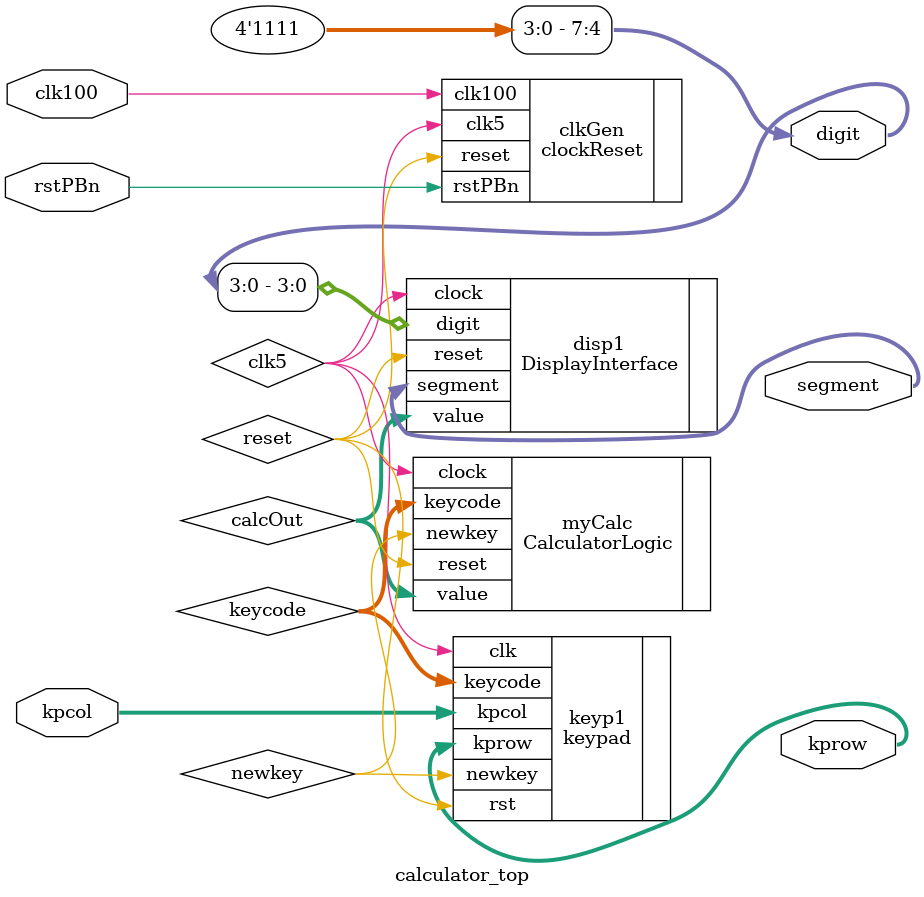
<source format=v>
module calculator_top(
        input clk100,		 // 100 MHz clock from oscillator on board
        input rstPBn,		 // reset signal, active low, from CPU RESET pushbutton
        input [5:0] kpcol,   // keypad column signals
        output [3:0] kprow,  // keypad row signals
        output [7:0] digit,  // digit controls - active low (7 on left, 0 on right)
        output [7:0] segment // segment controls - active low (a b c d e f g dp)
        );

// ===========================================================================
// Interconnecting Signals
    wire clk5;              // 5 MHz clock signal, buffered
    wire reset;             // internal reset signal, active high
    wire newkey;            // pulse to indicate new key pressed, keycode valid
    wire [4:0] keycode;     // 5-bit code to identify key pressed
    wire [15:0] calcOut;    // 16-bit output from calculator, to be displayed

// ===========================================================================
// Instantiate clock and reset generator, connect to signals
    clockReset  clkGen  (
            .clk100 (clk100),
            .rstPBn (rstPBn),
            .clk5   (clk5),
            .reset  (reset) );

//==================================================================================
// Calculator logic - instantiate your calculator here, and remove the section below
	CalculatorLogic myCalc (
        .clock (clk5),
        .reset (reset),
        .keycode (keycode),
        .newkey (newkey),
        .value (calcOut)
        );
	
//==================================================================================
// Keypad test hardware - remove this when adding the calculator logic
/*    reg [9:0] keyCodes;    // holds last two key codes, 5 bits each
    always @ (posedge clk5 or posedge reset)
        if (reset) keyCodes <= 10'b0;
        else if (newkey) keyCodes <= {keyCodes[4:0],keycode};
// Arrange the key codes to display as 2 hex digits each
    assign calcOut = {3'b0,keyCodes[9:5],3'b0,keyCodes[4:0]};
*/
//==================================================================================
// Keypad interface to scan keypad and return valid keycodes
    keypad keyp1 (
        .clk(clk5),            // clock for keypad module is 5 MHz
        .rst(reset),            // reset is internal reset signal
        .kpcol(kpcol),            // 6 keypad column inputs
        .kprow(kprow),            // 4 keypad row outputs
        .newkey(newkey),        // new key signal
        .keycode(keycode)        // 5-bit code representing key
        );

//==================================================================================
// Display interface, for 4 digits - replace with your display interface
	DisplayInterface disp1 (.clock(clk5), 
	       .reset(reset), 
	       .value(calcOut),
	       //.point(4'b0100),    // use a dot to separate key codes for test
		   .digit(digit[3:0]), // only using rightmost 4 digits
		   .segment(segment));
	
	assign digit[7:4] = 4'b1111;   // turn off unused digits
	
endmodule

</source>
